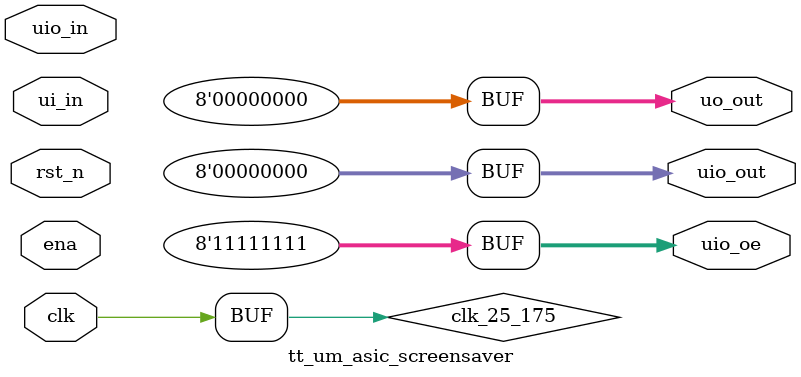
<source format=v>
`default_nettype none

module tt_um_asic_screensaver (
    input  wire [7:0] ui_in,    // Dedicated inputs - connected to the input switches
    output wire [7:0] uo_out,   // Dedicated outputs - connected to the 7 segment display
    input  wire [7:0] uio_in,   // IOs: Bidirectional Input path
    output wire [7:0] uio_out,  // IOs: Bidirectional Output path
    output wire [7:0] uio_oe,   // IOs: Bidirectional Enable path (active high: 0=input, 1=output)
    input  wire       ena,      // will go high when the design is enabled
    input  wire       clk,      // clock
    input  wire       rst_n     // reset_n - low to reset
);

wire clk_25_175 = clk;
wire rst = !rst_n;

wire hsync, vsync;
wire [3:0] r, g, b;

// assign uo_out = {hsync, vsync, r};
// assign uio_out = {g, b};

assign uo_out = 0;
assign uio_out = 0;

assign uio_oe = -1;

// top #(.IMAGE_SELECT(2)) screensaver (
//     .clk_25_175(clk_25_175), .rst(rst),
//     .hsync(hsync), .vsync(vsync),
//     .r(r), .g(g), .b(b)
// );

endmodule

</source>
